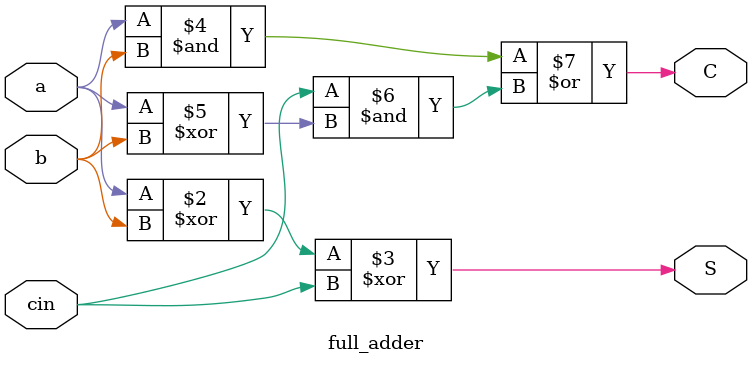
<source format=sv>
`timescale 1ns / 1ps


module carry_skip_adder(    
    input [3:0]a, b,
    input cin,
    output logic [3:0]sum, 
    output logic cout
    );
    logic c, s;
    logic [3:0]p;

    four_bit_adder fa(a, b, cin, sum, c);

    xor (p[0], a[0], b[0]),
        (p[1], a[1], b[1]),
        (p[2], a[2], b[2]),
        (p[3], a[3], b[3]);
        
    and (s, p[0],p[1], p[2], p[3]);

    assign cout = s ? cin : c;
endmodule


module four_bit_adder(
    input [3:0] A,B,
    input cin,
    output [3:0]S,
    output carry
    );

    logic c1,c2,c3;
    full_adder fa0 (A[0],B[0],cin,S[0],c1);
    full_adder fa1 (A[1],B[1],c1,S[1],c2);
    full_adder fa2 (A[2],B[2],c2,S[2],c3);
    full_adder fa3 (A[3],B[3],c3,S[3],carry);
endmodule

module full_adder(
    input a,b,cin,
    output logic S,C
    );
    
 always@(*) begin
S= a ^ b ^ cin;            
C=(a&b) | cin&(a ^ b);   
end
endmodule

</source>
